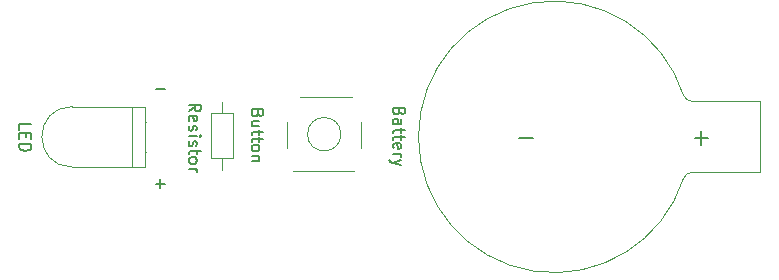
<source format=gbr>
%TF.GenerationSoftware,KiCad,Pcbnew,7.0.7*%
%TF.CreationDate,2023-12-09T08:55:25-03:00*%
%TF.ProjectId,led_torch,6c65645f-746f-4726-9368-2e6b69636164,A*%
%TF.SameCoordinates,Original*%
%TF.FileFunction,Legend,Top*%
%TF.FilePolarity,Positive*%
%FSLAX46Y46*%
G04 Gerber Fmt 4.6, Leading zero omitted, Abs format (unit mm)*
G04 Created by KiCad (PCBNEW 7.0.7) date 2023-12-09 08:55:25*
%MOMM*%
%LPD*%
G01*
G04 APERTURE LIST*
%ADD10C,0.150000*%
%ADD11C,0.120000*%
G04 APERTURE END LIST*
D10*
X119365455Y-107622014D02*
X120127360Y-107622014D01*
X119746407Y-108002967D02*
X119746407Y-107241062D01*
X119415455Y-99572014D02*
X120177360Y-99572014D01*
X127997666Y-101676004D02*
X127950047Y-101818861D01*
X127950047Y-101818861D02*
X127902428Y-101866480D01*
X127902428Y-101866480D02*
X127807190Y-101914099D01*
X127807190Y-101914099D02*
X127664333Y-101914099D01*
X127664333Y-101914099D02*
X127569095Y-101866480D01*
X127569095Y-101866480D02*
X127521476Y-101818861D01*
X127521476Y-101818861D02*
X127473856Y-101723623D01*
X127473856Y-101723623D02*
X127473856Y-101342671D01*
X127473856Y-101342671D02*
X128473856Y-101342671D01*
X128473856Y-101342671D02*
X128473856Y-101676004D01*
X128473856Y-101676004D02*
X128426237Y-101771242D01*
X128426237Y-101771242D02*
X128378618Y-101818861D01*
X128378618Y-101818861D02*
X128283380Y-101866480D01*
X128283380Y-101866480D02*
X128188142Y-101866480D01*
X128188142Y-101866480D02*
X128092904Y-101818861D01*
X128092904Y-101818861D02*
X128045285Y-101771242D01*
X128045285Y-101771242D02*
X127997666Y-101676004D01*
X127997666Y-101676004D02*
X127997666Y-101342671D01*
X128140523Y-102771242D02*
X127473856Y-102771242D01*
X128140523Y-102342671D02*
X127616714Y-102342671D01*
X127616714Y-102342671D02*
X127521476Y-102390290D01*
X127521476Y-102390290D02*
X127473856Y-102485528D01*
X127473856Y-102485528D02*
X127473856Y-102628385D01*
X127473856Y-102628385D02*
X127521476Y-102723623D01*
X127521476Y-102723623D02*
X127569095Y-102771242D01*
X128140523Y-103104576D02*
X128140523Y-103485528D01*
X128473856Y-103247433D02*
X127616714Y-103247433D01*
X127616714Y-103247433D02*
X127521476Y-103295052D01*
X127521476Y-103295052D02*
X127473856Y-103390290D01*
X127473856Y-103390290D02*
X127473856Y-103485528D01*
X128140523Y-103676005D02*
X128140523Y-104056957D01*
X128473856Y-103818862D02*
X127616714Y-103818862D01*
X127616714Y-103818862D02*
X127521476Y-103866481D01*
X127521476Y-103866481D02*
X127473856Y-103961719D01*
X127473856Y-103961719D02*
X127473856Y-104056957D01*
X127473856Y-104533148D02*
X127521476Y-104437910D01*
X127521476Y-104437910D02*
X127569095Y-104390291D01*
X127569095Y-104390291D02*
X127664333Y-104342672D01*
X127664333Y-104342672D02*
X127950047Y-104342672D01*
X127950047Y-104342672D02*
X128045285Y-104390291D01*
X128045285Y-104390291D02*
X128092904Y-104437910D01*
X128092904Y-104437910D02*
X128140523Y-104533148D01*
X128140523Y-104533148D02*
X128140523Y-104676005D01*
X128140523Y-104676005D02*
X128092904Y-104771243D01*
X128092904Y-104771243D02*
X128045285Y-104818862D01*
X128045285Y-104818862D02*
X127950047Y-104866481D01*
X127950047Y-104866481D02*
X127664333Y-104866481D01*
X127664333Y-104866481D02*
X127569095Y-104818862D01*
X127569095Y-104818862D02*
X127521476Y-104771243D01*
X127521476Y-104771243D02*
X127473856Y-104676005D01*
X127473856Y-104676005D02*
X127473856Y-104533148D01*
X128140523Y-105295053D02*
X127473856Y-105295053D01*
X128045285Y-105295053D02*
X128092904Y-105342672D01*
X128092904Y-105342672D02*
X128140523Y-105437910D01*
X128140523Y-105437910D02*
X128140523Y-105580767D01*
X128140523Y-105580767D02*
X128092904Y-105676005D01*
X128092904Y-105676005D02*
X127997666Y-105723624D01*
X127997666Y-105723624D02*
X127473856Y-105723624D01*
X122173856Y-101493861D02*
X122650047Y-101160528D01*
X122173856Y-100922433D02*
X123173856Y-100922433D01*
X123173856Y-100922433D02*
X123173856Y-101303385D01*
X123173856Y-101303385D02*
X123126237Y-101398623D01*
X123126237Y-101398623D02*
X123078618Y-101446242D01*
X123078618Y-101446242D02*
X122983380Y-101493861D01*
X122983380Y-101493861D02*
X122840523Y-101493861D01*
X122840523Y-101493861D02*
X122745285Y-101446242D01*
X122745285Y-101446242D02*
X122697666Y-101398623D01*
X122697666Y-101398623D02*
X122650047Y-101303385D01*
X122650047Y-101303385D02*
X122650047Y-100922433D01*
X122221476Y-102303385D02*
X122173856Y-102208147D01*
X122173856Y-102208147D02*
X122173856Y-102017671D01*
X122173856Y-102017671D02*
X122221476Y-101922433D01*
X122221476Y-101922433D02*
X122316714Y-101874814D01*
X122316714Y-101874814D02*
X122697666Y-101874814D01*
X122697666Y-101874814D02*
X122792904Y-101922433D01*
X122792904Y-101922433D02*
X122840523Y-102017671D01*
X122840523Y-102017671D02*
X122840523Y-102208147D01*
X122840523Y-102208147D02*
X122792904Y-102303385D01*
X122792904Y-102303385D02*
X122697666Y-102351004D01*
X122697666Y-102351004D02*
X122602428Y-102351004D01*
X122602428Y-102351004D02*
X122507190Y-101874814D01*
X122221476Y-102731957D02*
X122173856Y-102827195D01*
X122173856Y-102827195D02*
X122173856Y-103017671D01*
X122173856Y-103017671D02*
X122221476Y-103112909D01*
X122221476Y-103112909D02*
X122316714Y-103160528D01*
X122316714Y-103160528D02*
X122364333Y-103160528D01*
X122364333Y-103160528D02*
X122459571Y-103112909D01*
X122459571Y-103112909D02*
X122507190Y-103017671D01*
X122507190Y-103017671D02*
X122507190Y-102874814D01*
X122507190Y-102874814D02*
X122554809Y-102779576D01*
X122554809Y-102779576D02*
X122650047Y-102731957D01*
X122650047Y-102731957D02*
X122697666Y-102731957D01*
X122697666Y-102731957D02*
X122792904Y-102779576D01*
X122792904Y-102779576D02*
X122840523Y-102874814D01*
X122840523Y-102874814D02*
X122840523Y-103017671D01*
X122840523Y-103017671D02*
X122792904Y-103112909D01*
X122173856Y-103589100D02*
X122840523Y-103589100D01*
X123173856Y-103589100D02*
X123126237Y-103541481D01*
X123126237Y-103541481D02*
X123078618Y-103589100D01*
X123078618Y-103589100D02*
X123126237Y-103636719D01*
X123126237Y-103636719D02*
X123173856Y-103589100D01*
X123173856Y-103589100D02*
X123078618Y-103589100D01*
X122221476Y-104017671D02*
X122173856Y-104112909D01*
X122173856Y-104112909D02*
X122173856Y-104303385D01*
X122173856Y-104303385D02*
X122221476Y-104398623D01*
X122221476Y-104398623D02*
X122316714Y-104446242D01*
X122316714Y-104446242D02*
X122364333Y-104446242D01*
X122364333Y-104446242D02*
X122459571Y-104398623D01*
X122459571Y-104398623D02*
X122507190Y-104303385D01*
X122507190Y-104303385D02*
X122507190Y-104160528D01*
X122507190Y-104160528D02*
X122554809Y-104065290D01*
X122554809Y-104065290D02*
X122650047Y-104017671D01*
X122650047Y-104017671D02*
X122697666Y-104017671D01*
X122697666Y-104017671D02*
X122792904Y-104065290D01*
X122792904Y-104065290D02*
X122840523Y-104160528D01*
X122840523Y-104160528D02*
X122840523Y-104303385D01*
X122840523Y-104303385D02*
X122792904Y-104398623D01*
X122840523Y-104731957D02*
X122840523Y-105112909D01*
X123173856Y-104874814D02*
X122316714Y-104874814D01*
X122316714Y-104874814D02*
X122221476Y-104922433D01*
X122221476Y-104922433D02*
X122173856Y-105017671D01*
X122173856Y-105017671D02*
X122173856Y-105112909D01*
X122173856Y-105589100D02*
X122221476Y-105493862D01*
X122221476Y-105493862D02*
X122269095Y-105446243D01*
X122269095Y-105446243D02*
X122364333Y-105398624D01*
X122364333Y-105398624D02*
X122650047Y-105398624D01*
X122650047Y-105398624D02*
X122745285Y-105446243D01*
X122745285Y-105446243D02*
X122792904Y-105493862D01*
X122792904Y-105493862D02*
X122840523Y-105589100D01*
X122840523Y-105589100D02*
X122840523Y-105731957D01*
X122840523Y-105731957D02*
X122792904Y-105827195D01*
X122792904Y-105827195D02*
X122745285Y-105874814D01*
X122745285Y-105874814D02*
X122650047Y-105922433D01*
X122650047Y-105922433D02*
X122364333Y-105922433D01*
X122364333Y-105922433D02*
X122269095Y-105874814D01*
X122269095Y-105874814D02*
X122221476Y-105827195D01*
X122221476Y-105827195D02*
X122173856Y-105731957D01*
X122173856Y-105731957D02*
X122173856Y-105589100D01*
X122173856Y-106351005D02*
X122840523Y-106351005D01*
X122650047Y-106351005D02*
X122745285Y-106398624D01*
X122745285Y-106398624D02*
X122792904Y-106446243D01*
X122792904Y-106446243D02*
X122840523Y-106541481D01*
X122840523Y-106541481D02*
X122840523Y-106636719D01*
X107823856Y-103040290D02*
X107823856Y-102564100D01*
X107823856Y-102564100D02*
X108823856Y-102564100D01*
X108347666Y-103373624D02*
X108347666Y-103706957D01*
X107823856Y-103849814D02*
X107823856Y-103373624D01*
X107823856Y-103373624D02*
X108823856Y-103373624D01*
X108823856Y-103373624D02*
X108823856Y-103849814D01*
X107823856Y-104278386D02*
X108823856Y-104278386D01*
X108823856Y-104278386D02*
X108823856Y-104516481D01*
X108823856Y-104516481D02*
X108776237Y-104659338D01*
X108776237Y-104659338D02*
X108680999Y-104754576D01*
X108680999Y-104754576D02*
X108585761Y-104802195D01*
X108585761Y-104802195D02*
X108395285Y-104849814D01*
X108395285Y-104849814D02*
X108252428Y-104849814D01*
X108252428Y-104849814D02*
X108061952Y-104802195D01*
X108061952Y-104802195D02*
X107966714Y-104754576D01*
X107966714Y-104754576D02*
X107871476Y-104659338D01*
X107871476Y-104659338D02*
X107823856Y-104516481D01*
X107823856Y-104516481D02*
X107823856Y-104278386D01*
X139997666Y-101511718D02*
X139950047Y-101654575D01*
X139950047Y-101654575D02*
X139902428Y-101702194D01*
X139902428Y-101702194D02*
X139807190Y-101749813D01*
X139807190Y-101749813D02*
X139664333Y-101749813D01*
X139664333Y-101749813D02*
X139569095Y-101702194D01*
X139569095Y-101702194D02*
X139521476Y-101654575D01*
X139521476Y-101654575D02*
X139473856Y-101559337D01*
X139473856Y-101559337D02*
X139473856Y-101178385D01*
X139473856Y-101178385D02*
X140473856Y-101178385D01*
X140473856Y-101178385D02*
X140473856Y-101511718D01*
X140473856Y-101511718D02*
X140426237Y-101606956D01*
X140426237Y-101606956D02*
X140378618Y-101654575D01*
X140378618Y-101654575D02*
X140283380Y-101702194D01*
X140283380Y-101702194D02*
X140188142Y-101702194D01*
X140188142Y-101702194D02*
X140092904Y-101654575D01*
X140092904Y-101654575D02*
X140045285Y-101606956D01*
X140045285Y-101606956D02*
X139997666Y-101511718D01*
X139997666Y-101511718D02*
X139997666Y-101178385D01*
X139473856Y-102606956D02*
X139997666Y-102606956D01*
X139997666Y-102606956D02*
X140092904Y-102559337D01*
X140092904Y-102559337D02*
X140140523Y-102464099D01*
X140140523Y-102464099D02*
X140140523Y-102273623D01*
X140140523Y-102273623D02*
X140092904Y-102178385D01*
X139521476Y-102606956D02*
X139473856Y-102511718D01*
X139473856Y-102511718D02*
X139473856Y-102273623D01*
X139473856Y-102273623D02*
X139521476Y-102178385D01*
X139521476Y-102178385D02*
X139616714Y-102130766D01*
X139616714Y-102130766D02*
X139711952Y-102130766D01*
X139711952Y-102130766D02*
X139807190Y-102178385D01*
X139807190Y-102178385D02*
X139854809Y-102273623D01*
X139854809Y-102273623D02*
X139854809Y-102511718D01*
X139854809Y-102511718D02*
X139902428Y-102606956D01*
X140140523Y-102940290D02*
X140140523Y-103321242D01*
X140473856Y-103083147D02*
X139616714Y-103083147D01*
X139616714Y-103083147D02*
X139521476Y-103130766D01*
X139521476Y-103130766D02*
X139473856Y-103226004D01*
X139473856Y-103226004D02*
X139473856Y-103321242D01*
X140140523Y-103511719D02*
X140140523Y-103892671D01*
X140473856Y-103654576D02*
X139616714Y-103654576D01*
X139616714Y-103654576D02*
X139521476Y-103702195D01*
X139521476Y-103702195D02*
X139473856Y-103797433D01*
X139473856Y-103797433D02*
X139473856Y-103892671D01*
X139521476Y-104606957D02*
X139473856Y-104511719D01*
X139473856Y-104511719D02*
X139473856Y-104321243D01*
X139473856Y-104321243D02*
X139521476Y-104226005D01*
X139521476Y-104226005D02*
X139616714Y-104178386D01*
X139616714Y-104178386D02*
X139997666Y-104178386D01*
X139997666Y-104178386D02*
X140092904Y-104226005D01*
X140092904Y-104226005D02*
X140140523Y-104321243D01*
X140140523Y-104321243D02*
X140140523Y-104511719D01*
X140140523Y-104511719D02*
X140092904Y-104606957D01*
X140092904Y-104606957D02*
X139997666Y-104654576D01*
X139997666Y-104654576D02*
X139902428Y-104654576D01*
X139902428Y-104654576D02*
X139807190Y-104178386D01*
X139473856Y-105083148D02*
X140140523Y-105083148D01*
X139950047Y-105083148D02*
X140045285Y-105130767D01*
X140045285Y-105130767D02*
X140092904Y-105178386D01*
X140092904Y-105178386D02*
X140140523Y-105273624D01*
X140140523Y-105273624D02*
X140140523Y-105368862D01*
X140140523Y-105606958D02*
X139473856Y-105845053D01*
X140140523Y-106083148D02*
X139473856Y-105845053D01*
X139473856Y-105845053D02*
X139235761Y-105749815D01*
X139235761Y-105749815D02*
X139188142Y-105702196D01*
X139188142Y-105702196D02*
X139140523Y-105606958D01*
X164982248Y-103772848D02*
X166125106Y-103772848D01*
X165553677Y-104344276D02*
X165553677Y-103201419D01*
X150157247Y-103722848D02*
X151300105Y-103722848D01*
D11*
%TO.C,SW1*%
X130508676Y-104583148D02*
X130508676Y-102383148D01*
X130978676Y-106553148D02*
X136178676Y-106553148D01*
X131578676Y-100313148D02*
X135978676Y-100313148D01*
X136748676Y-102383148D02*
X136748676Y-104583148D01*
X135042890Y-103433148D02*
G75*
G03*
X135042890Y-103433148I-1414214J0D01*
G01*
%TO.C,R1*%
X125003676Y-106428148D02*
X125003676Y-105478148D01*
X124083676Y-105478148D02*
X125923676Y-105478148D01*
X125923676Y-105478148D02*
X125923676Y-101638148D01*
X124083676Y-101638148D02*
X124083676Y-105478148D01*
X125923676Y-101638148D02*
X124083676Y-101638148D01*
X125003676Y-100688148D02*
X125003676Y-101638148D01*
%TO.C,D1*%
X118443676Y-101093148D02*
X112283676Y-101093148D01*
X118443676Y-101093148D02*
X118443676Y-106213148D01*
X118573676Y-102383148D02*
X118573676Y-102383148D01*
X118573676Y-102383148D02*
X118443676Y-102383148D01*
X118443676Y-102383148D02*
X118573676Y-102383148D01*
X118443676Y-102383148D02*
X118443676Y-102383148D01*
X118573676Y-104923148D02*
X118573676Y-104923148D01*
X118573676Y-104923148D02*
X118443676Y-104923148D01*
X118443676Y-104923148D02*
X118573676Y-104923148D01*
X118443676Y-104923148D02*
X118443676Y-104923148D01*
X118443676Y-106213148D02*
X112283676Y-106213148D01*
X117323676Y-106213148D02*
X117323676Y-101113148D01*
X117323676Y-106213148D02*
X118443676Y-106213148D01*
X112283676Y-101093148D02*
G75*
G03*
X112283676Y-106213148I0J-2560000D01*
G01*
%TO.C,BT1*%
X170503677Y-106658148D02*
X164803677Y-106658148D01*
X170503677Y-100658148D02*
X170503677Y-106658148D01*
X170503677Y-100658148D02*
X164803677Y-100658148D01*
X164053677Y-100158148D02*
G75*
G03*
X164803677Y-100658148I750000J312500D01*
G01*
X164803677Y-106658148D02*
G75*
G03*
X164053677Y-107158148I0J-812500D01*
G01*
X141608007Y-103658148D02*
G75*
G03*
X164053676Y-107158148I11495714J-11D01*
G01*
X164053677Y-100158148D02*
G75*
G03*
X141608006Y-103658148I-10949956J-3499989D01*
G01*
%TD*%
M02*

</source>
